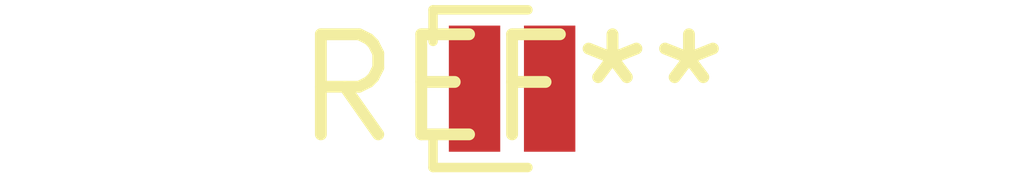
<source format=kicad_pcb>
(kicad_pcb (version 20240108) (generator pcbnew)
  (layers (0 "F.Cu" signal) (31 "B.Cu" signal) (34 "B.Paste" user) (35 "F.Paste" user) (36 "B.SilkS" user "B.Silkscreen") (37 "F.SilkS" user "F.Silkscreen") (38 "B.Mask" user) (39 "F.Mask" user) (44 "Edge.Cuts" user))
  (net 0 "")
  (footprint "LED_Cree-XQ" (layer "F.Cu") (at 0 0)
    (property "Reference" "REF**")
    (property "Value" "LED_Cree-XQ")
    (fp_line (start -1 -1) (end -1 -0.6) (layer "F.SilkS") (stroke (width 0.12)))
    (fp_line (start -1 1) (end -1 0.6) (layer "F.SilkS") (stroke (width 0.12)))
    (fp_line (start 0.2 -1) (end -1 -1) (layer "F.SilkS") (stroke (width 0.12)))
    (fp_line (start 0.2 1) (end -1 1) (layer "F.SilkS") (stroke (width 0.12)))
    (pad "1" smd rect (at -0.475 0) (size 0.65 1.6) (layers "F.Cu" "F.Paste" "F.Mask"))
    (pad "2" smd rect (at 0.475 0) (size 0.65 1.6) (layers "F.Cu" "F.Paste" "F.Mask"))
  )
)
</source>
